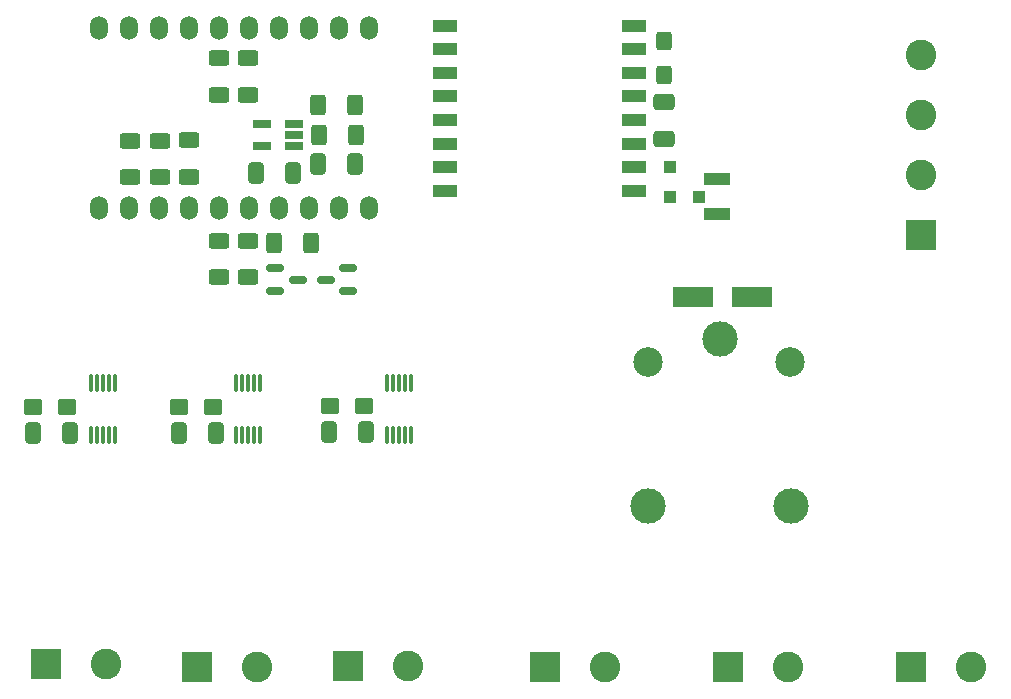
<source format=gts>
%TF.GenerationSoftware,KiCad,Pcbnew,(6.0.9)*%
%TF.CreationDate,2023-01-04T20:05:15-05:00*%
%TF.ProjectId,Hardware-TinyPicoLoRaTrailer,48617264-7761-4726-952d-54696e795069,rev?*%
%TF.SameCoordinates,Original*%
%TF.FileFunction,Soldermask,Top*%
%TF.FilePolarity,Negative*%
%FSLAX46Y46*%
G04 Gerber Fmt 4.6, Leading zero omitted, Abs format (unit mm)*
G04 Created by KiCad (PCBNEW (6.0.9)) date 2023-01-04 20:05:15*
%MOMM*%
%LPD*%
G01*
G04 APERTURE LIST*
G04 Aperture macros list*
%AMRoundRect*
0 Rectangle with rounded corners*
0 $1 Rounding radius*
0 $2 $3 $4 $5 $6 $7 $8 $9 X,Y pos of 4 corners*
0 Add a 4 corners polygon primitive as box body*
4,1,4,$2,$3,$4,$5,$6,$7,$8,$9,$2,$3,0*
0 Add four circle primitives for the rounded corners*
1,1,$1+$1,$2,$3*
1,1,$1+$1,$4,$5*
1,1,$1+$1,$6,$7*
1,1,$1+$1,$8,$9*
0 Add four rect primitives between the rounded corners*
20,1,$1+$1,$2,$3,$4,$5,0*
20,1,$1+$1,$4,$5,$6,$7,0*
20,1,$1+$1,$6,$7,$8,$9,0*
20,1,$1+$1,$8,$9,$2,$3,0*%
G04 Aperture macros list end*
%ADD10R,2.600000X2.600000*%
%ADD11C,2.600000*%
%ADD12O,1.524000X2.000000*%
%ADD13R,2.200000X1.050000*%
%ADD14R,1.050000X1.000000*%
%ADD15RoundRect,0.150000X-0.587500X-0.150000X0.587500X-0.150000X0.587500X0.150000X-0.587500X0.150000X0*%
%ADD16RoundRect,0.250000X0.425000X-0.537500X0.425000X0.537500X-0.425000X0.537500X-0.425000X-0.537500X0*%
%ADD17RoundRect,0.250000X-0.625000X0.400000X-0.625000X-0.400000X0.625000X-0.400000X0.625000X0.400000X0*%
%ADD18RoundRect,0.250000X-0.650000X0.412500X-0.650000X-0.412500X0.650000X-0.412500X0.650000X0.412500X0*%
%ADD19C,3.000000*%
%ADD20C,2.500000*%
%ADD21RoundRect,0.250000X-0.400000X-0.625000X0.400000X-0.625000X0.400000X0.625000X-0.400000X0.625000X0*%
%ADD22RoundRect,0.250000X-0.412500X-0.650000X0.412500X-0.650000X0.412500X0.650000X-0.412500X0.650000X0*%
%ADD23RoundRect,0.250000X0.412500X0.650000X-0.412500X0.650000X-0.412500X-0.650000X0.412500X-0.650000X0*%
%ADD24R,3.500000X1.800000*%
%ADD25RoundRect,0.075000X-0.075000X0.650000X-0.075000X-0.650000X0.075000X-0.650000X0.075000X0.650000X0*%
%ADD26RoundRect,0.250000X0.537500X0.425000X-0.537500X0.425000X-0.537500X-0.425000X0.537500X-0.425000X0*%
%ADD27R,2.000000X1.000000*%
%ADD28R,1.000000X1.000000*%
%ADD29RoundRect,0.250000X0.400000X0.625000X-0.400000X0.625000X-0.400000X-0.625000X0.400000X-0.625000X0*%
%ADD30RoundRect,0.250000X0.625000X-0.400000X0.625000X0.400000X-0.625000X0.400000X-0.625000X-0.400000X0*%
%ADD31RoundRect,0.150000X0.587500X0.150000X-0.587500X0.150000X-0.587500X-0.150000X0.587500X-0.150000X0*%
%ADD32R,1.560000X0.650000*%
G04 APERTURE END LIST*
D10*
X136705000Y-126805000D03*
D11*
X141785000Y-126805000D03*
D12*
X67902500Y-87985000D03*
X70442500Y-87985000D03*
X72982500Y-87985000D03*
X75522500Y-87985000D03*
X78062500Y-87985000D03*
X80602500Y-87985000D03*
X83142500Y-87985000D03*
X85682500Y-87985000D03*
X88222500Y-87985000D03*
X90762500Y-87985000D03*
X90762500Y-72745000D03*
X88222500Y-72745000D03*
X85682500Y-72745000D03*
X83142500Y-72745000D03*
X80602500Y-72745000D03*
X78062500Y-72745000D03*
X75522500Y-72745000D03*
X72982500Y-72745000D03*
X70442500Y-72745000D03*
X67902500Y-72745000D03*
D13*
X120250000Y-88475000D03*
X120250000Y-85525000D03*
D14*
X118750000Y-87000000D03*
D10*
X121205000Y-126805000D03*
D11*
X126285000Y-126805000D03*
D15*
X82875000Y-93050000D03*
X82875000Y-94950000D03*
X84750000Y-94000000D03*
D10*
X137500000Y-90250000D03*
D11*
X137500000Y-85170000D03*
X137500000Y-80090000D03*
X137500000Y-75010000D03*
D16*
X115750000Y-76687500D03*
X115750000Y-73812500D03*
D17*
X73062500Y-82250000D03*
X73062500Y-85350000D03*
D10*
X105705000Y-126805000D03*
D11*
X110785000Y-126805000D03*
D18*
X115750000Y-78937500D03*
X115750000Y-82062500D03*
D19*
X120500000Y-99000000D03*
D20*
X114450000Y-100950000D03*
D19*
X114450000Y-113150000D03*
X126500000Y-113200000D03*
D20*
X126450000Y-100950000D03*
D21*
X82762500Y-90865000D03*
X85862500Y-90865000D03*
D22*
X81250000Y-85000000D03*
X84375000Y-85000000D03*
D23*
X87375000Y-106928750D03*
X90500000Y-106928750D03*
D24*
X118250000Y-95500000D03*
X123250000Y-95500000D03*
D25*
X81562500Y-102800000D03*
X81062500Y-102800000D03*
X80562500Y-102800000D03*
X80062500Y-102800000D03*
X79562500Y-102800000D03*
X79562500Y-107200000D03*
X80062500Y-107200000D03*
X80562500Y-107200000D03*
X81062500Y-107200000D03*
X81562500Y-107200000D03*
D26*
X87517500Y-104678750D03*
X90392500Y-104678750D03*
D27*
X97250000Y-72500000D03*
X97250000Y-74500000D03*
X97250000Y-76500000D03*
X97250000Y-78500000D03*
X97250000Y-80500000D03*
X97250000Y-82500000D03*
X97250000Y-84500000D03*
X97250000Y-86500000D03*
X113250000Y-86500000D03*
X113250000Y-84500000D03*
X113250000Y-82500000D03*
X113250000Y-80500000D03*
X113250000Y-78500000D03*
X113250000Y-76500000D03*
X113250000Y-74500000D03*
X113250000Y-72500000D03*
D28*
X116250000Y-87000000D03*
D23*
X77812500Y-107000000D03*
X74687500Y-107000000D03*
D17*
X75562500Y-82200000D03*
X75562500Y-85300000D03*
X70562500Y-82250000D03*
X70562500Y-85350000D03*
D29*
X89662500Y-81750000D03*
X86562500Y-81750000D03*
D10*
X76205000Y-126805000D03*
D11*
X81285000Y-126805000D03*
D10*
X89000000Y-126750000D03*
D11*
X94080000Y-126750000D03*
D25*
X94312500Y-107200000D03*
X93812500Y-107200000D03*
X93312500Y-107200000D03*
X92812500Y-107200000D03*
X92312500Y-107200000D03*
X92312500Y-102800000D03*
X92812500Y-102800000D03*
X93312500Y-102800000D03*
X93812500Y-102800000D03*
X94312500Y-102800000D03*
D22*
X86500000Y-84250000D03*
X89625000Y-84250000D03*
D30*
X80562500Y-78350000D03*
X80562500Y-75250000D03*
X78062500Y-78350000D03*
X78062500Y-75250000D03*
D28*
X116250000Y-84500000D03*
D21*
X86512500Y-79250000D03*
X89612500Y-79250000D03*
D31*
X87125000Y-94000000D03*
X89000000Y-93050000D03*
X89000000Y-94950000D03*
D17*
X78062500Y-90700000D03*
X78062500Y-93800000D03*
D32*
X84412500Y-82700000D03*
X84412500Y-81750000D03*
X84412500Y-80800000D03*
X81712500Y-80800000D03*
X81712500Y-82700000D03*
D26*
X77562500Y-104750000D03*
X74687500Y-104750000D03*
D17*
X80562500Y-90700000D03*
X80562500Y-93800000D03*
D26*
X62375000Y-104750000D03*
X65250000Y-104750000D03*
D10*
X63455000Y-126555000D03*
D11*
X68535000Y-126555000D03*
D25*
X69250000Y-102800000D03*
X68750000Y-102800000D03*
X68250000Y-102800000D03*
X67750000Y-102800000D03*
X67250000Y-102800000D03*
X67250000Y-107200000D03*
X67750000Y-107200000D03*
X68250000Y-107200000D03*
X68750000Y-107200000D03*
X69250000Y-107200000D03*
D23*
X62375000Y-107000000D03*
X65500000Y-107000000D03*
M02*

</source>
